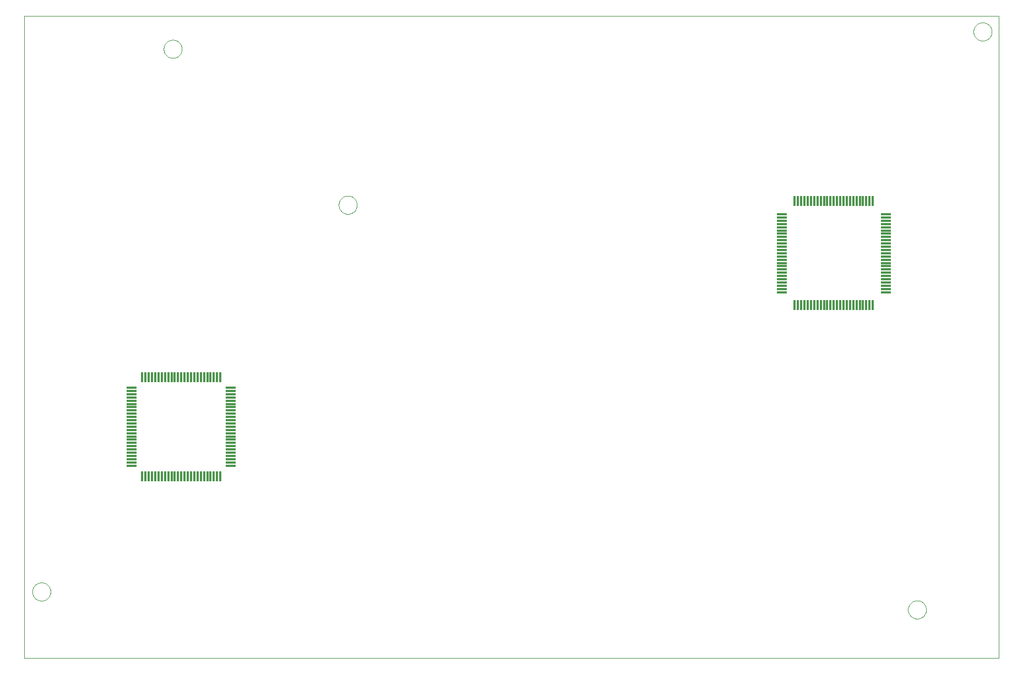
<source format=gtp>
G75*
%MOIN*%
%OFA0B0*%
%FSLAX24Y24*%
%IPPOS*%
%LPD*%
%AMOC8*
5,1,8,0,0,1.08239X$1,22.5*
%
%ADD10C,0.0000*%
%ADD11R,0.0118X0.0630*%
%ADD12R,0.0630X0.0118*%
%ADD13R,0.0591X0.0118*%
%ADD14R,0.0118X0.0591*%
%ADD15R,0.0591X0.0138*%
D10*
X000180Y000180D02*
X000180Y039050D01*
X059172Y039050D01*
X059172Y000180D01*
X000180Y000180D01*
X000667Y004193D02*
X000669Y004240D01*
X000675Y004286D01*
X000685Y004332D01*
X000698Y004377D01*
X000716Y004420D01*
X000737Y004462D01*
X000761Y004502D01*
X000789Y004539D01*
X000820Y004574D01*
X000854Y004607D01*
X000890Y004636D01*
X000929Y004662D01*
X000970Y004685D01*
X001013Y004704D01*
X001057Y004720D01*
X001102Y004732D01*
X001148Y004740D01*
X001195Y004744D01*
X001241Y004744D01*
X001288Y004740D01*
X001334Y004732D01*
X001379Y004720D01*
X001423Y004704D01*
X001466Y004685D01*
X001507Y004662D01*
X001546Y004636D01*
X001582Y004607D01*
X001616Y004574D01*
X001647Y004539D01*
X001675Y004502D01*
X001699Y004462D01*
X001720Y004420D01*
X001738Y004377D01*
X001751Y004332D01*
X001761Y004286D01*
X001767Y004240D01*
X001769Y004193D01*
X001767Y004146D01*
X001761Y004100D01*
X001751Y004054D01*
X001738Y004009D01*
X001720Y003966D01*
X001699Y003924D01*
X001675Y003884D01*
X001647Y003847D01*
X001616Y003812D01*
X001582Y003779D01*
X001546Y003750D01*
X001507Y003724D01*
X001466Y003701D01*
X001423Y003682D01*
X001379Y003666D01*
X001334Y003654D01*
X001288Y003646D01*
X001241Y003642D01*
X001195Y003642D01*
X001148Y003646D01*
X001102Y003654D01*
X001057Y003666D01*
X001013Y003682D01*
X000970Y003701D01*
X000929Y003724D01*
X000890Y003750D01*
X000854Y003779D01*
X000820Y003812D01*
X000789Y003847D01*
X000761Y003884D01*
X000737Y003924D01*
X000716Y003966D01*
X000698Y004009D01*
X000685Y004054D01*
X000675Y004100D01*
X000669Y004146D01*
X000667Y004193D01*
X019217Y027605D02*
X019219Y027652D01*
X019225Y027698D01*
X019235Y027744D01*
X019248Y027789D01*
X019266Y027832D01*
X019287Y027874D01*
X019311Y027914D01*
X019339Y027951D01*
X019370Y027986D01*
X019404Y028019D01*
X019440Y028048D01*
X019479Y028074D01*
X019520Y028097D01*
X019563Y028116D01*
X019607Y028132D01*
X019652Y028144D01*
X019698Y028152D01*
X019745Y028156D01*
X019791Y028156D01*
X019838Y028152D01*
X019884Y028144D01*
X019929Y028132D01*
X019973Y028116D01*
X020016Y028097D01*
X020057Y028074D01*
X020096Y028048D01*
X020132Y028019D01*
X020166Y027986D01*
X020197Y027951D01*
X020225Y027914D01*
X020249Y027874D01*
X020270Y027832D01*
X020288Y027789D01*
X020301Y027744D01*
X020311Y027698D01*
X020317Y027652D01*
X020319Y027605D01*
X020317Y027558D01*
X020311Y027512D01*
X020301Y027466D01*
X020288Y027421D01*
X020270Y027378D01*
X020249Y027336D01*
X020225Y027296D01*
X020197Y027259D01*
X020166Y027224D01*
X020132Y027191D01*
X020096Y027162D01*
X020057Y027136D01*
X020016Y027113D01*
X019973Y027094D01*
X019929Y027078D01*
X019884Y027066D01*
X019838Y027058D01*
X019791Y027054D01*
X019745Y027054D01*
X019698Y027058D01*
X019652Y027066D01*
X019607Y027078D01*
X019563Y027094D01*
X019520Y027113D01*
X019479Y027136D01*
X019440Y027162D01*
X019404Y027191D01*
X019370Y027224D01*
X019339Y027259D01*
X019311Y027296D01*
X019287Y027336D01*
X019266Y027378D01*
X019248Y027421D01*
X019235Y027466D01*
X019225Y027512D01*
X019219Y027558D01*
X019217Y027605D01*
X008617Y037043D02*
X008619Y037090D01*
X008625Y037136D01*
X008635Y037182D01*
X008648Y037227D01*
X008666Y037270D01*
X008687Y037312D01*
X008711Y037352D01*
X008739Y037389D01*
X008770Y037424D01*
X008804Y037457D01*
X008840Y037486D01*
X008879Y037512D01*
X008920Y037535D01*
X008963Y037554D01*
X009007Y037570D01*
X009052Y037582D01*
X009098Y037590D01*
X009145Y037594D01*
X009191Y037594D01*
X009238Y037590D01*
X009284Y037582D01*
X009329Y037570D01*
X009373Y037554D01*
X009416Y037535D01*
X009457Y037512D01*
X009496Y037486D01*
X009532Y037457D01*
X009566Y037424D01*
X009597Y037389D01*
X009625Y037352D01*
X009649Y037312D01*
X009670Y037270D01*
X009688Y037227D01*
X009701Y037182D01*
X009711Y037136D01*
X009717Y037090D01*
X009719Y037043D01*
X009717Y036996D01*
X009711Y036950D01*
X009701Y036904D01*
X009688Y036859D01*
X009670Y036816D01*
X009649Y036774D01*
X009625Y036734D01*
X009597Y036697D01*
X009566Y036662D01*
X009532Y036629D01*
X009496Y036600D01*
X009457Y036574D01*
X009416Y036551D01*
X009373Y036532D01*
X009329Y036516D01*
X009284Y036504D01*
X009238Y036496D01*
X009191Y036492D01*
X009145Y036492D01*
X009098Y036496D01*
X009052Y036504D01*
X009007Y036516D01*
X008963Y036532D01*
X008920Y036551D01*
X008879Y036574D01*
X008840Y036600D01*
X008804Y036629D01*
X008770Y036662D01*
X008739Y036697D01*
X008711Y036734D01*
X008687Y036774D01*
X008666Y036816D01*
X008648Y036859D01*
X008635Y036904D01*
X008625Y036950D01*
X008619Y036996D01*
X008617Y037043D01*
X057642Y038093D02*
X057644Y038140D01*
X057650Y038186D01*
X057660Y038232D01*
X057673Y038277D01*
X057691Y038320D01*
X057712Y038362D01*
X057736Y038402D01*
X057764Y038439D01*
X057795Y038474D01*
X057829Y038507D01*
X057865Y038536D01*
X057904Y038562D01*
X057945Y038585D01*
X057988Y038604D01*
X058032Y038620D01*
X058077Y038632D01*
X058123Y038640D01*
X058170Y038644D01*
X058216Y038644D01*
X058263Y038640D01*
X058309Y038632D01*
X058354Y038620D01*
X058398Y038604D01*
X058441Y038585D01*
X058482Y038562D01*
X058521Y038536D01*
X058557Y038507D01*
X058591Y038474D01*
X058622Y038439D01*
X058650Y038402D01*
X058674Y038362D01*
X058695Y038320D01*
X058713Y038277D01*
X058726Y038232D01*
X058736Y038186D01*
X058742Y038140D01*
X058744Y038093D01*
X058742Y038046D01*
X058736Y038000D01*
X058726Y037954D01*
X058713Y037909D01*
X058695Y037866D01*
X058674Y037824D01*
X058650Y037784D01*
X058622Y037747D01*
X058591Y037712D01*
X058557Y037679D01*
X058521Y037650D01*
X058482Y037624D01*
X058441Y037601D01*
X058398Y037582D01*
X058354Y037566D01*
X058309Y037554D01*
X058263Y037546D01*
X058216Y037542D01*
X058170Y037542D01*
X058123Y037546D01*
X058077Y037554D01*
X058032Y037566D01*
X057988Y037582D01*
X057945Y037601D01*
X057904Y037624D01*
X057865Y037650D01*
X057829Y037679D01*
X057795Y037712D01*
X057764Y037747D01*
X057736Y037784D01*
X057712Y037824D01*
X057691Y037866D01*
X057673Y037909D01*
X057660Y037954D01*
X057650Y038000D01*
X057644Y038046D01*
X057642Y038093D01*
X053679Y003105D02*
X053681Y003152D01*
X053687Y003198D01*
X053697Y003244D01*
X053710Y003289D01*
X053728Y003332D01*
X053749Y003374D01*
X053773Y003414D01*
X053801Y003451D01*
X053832Y003486D01*
X053866Y003519D01*
X053902Y003548D01*
X053941Y003574D01*
X053982Y003597D01*
X054025Y003616D01*
X054069Y003632D01*
X054114Y003644D01*
X054160Y003652D01*
X054207Y003656D01*
X054253Y003656D01*
X054300Y003652D01*
X054346Y003644D01*
X054391Y003632D01*
X054435Y003616D01*
X054478Y003597D01*
X054519Y003574D01*
X054558Y003548D01*
X054594Y003519D01*
X054628Y003486D01*
X054659Y003451D01*
X054687Y003414D01*
X054711Y003374D01*
X054732Y003332D01*
X054750Y003289D01*
X054763Y003244D01*
X054773Y003198D01*
X054779Y003152D01*
X054781Y003105D01*
X054779Y003058D01*
X054773Y003012D01*
X054763Y002966D01*
X054750Y002921D01*
X054732Y002878D01*
X054711Y002836D01*
X054687Y002796D01*
X054659Y002759D01*
X054628Y002724D01*
X054594Y002691D01*
X054558Y002662D01*
X054519Y002636D01*
X054478Y002613D01*
X054435Y002594D01*
X054391Y002578D01*
X054346Y002566D01*
X054300Y002558D01*
X054253Y002554D01*
X054207Y002554D01*
X054160Y002558D01*
X054114Y002566D01*
X054069Y002578D01*
X054025Y002594D01*
X053982Y002613D01*
X053941Y002636D01*
X053902Y002662D01*
X053866Y002691D01*
X053832Y002724D01*
X053801Y002759D01*
X053773Y002796D01*
X053749Y002836D01*
X053728Y002878D01*
X053710Y002921D01*
X053697Y002966D01*
X053687Y003012D01*
X053681Y003058D01*
X053679Y003105D01*
D11*
X012042Y011188D03*
X011845Y011188D03*
X011649Y011188D03*
X011452Y011188D03*
X011255Y011188D03*
X011058Y011188D03*
X010861Y011188D03*
X010664Y011188D03*
X010467Y011188D03*
X010271Y011188D03*
X010074Y011188D03*
X009877Y011188D03*
X009680Y011188D03*
X009483Y011188D03*
X009286Y011188D03*
X009089Y011188D03*
X008893Y011188D03*
X008696Y011188D03*
X008499Y011188D03*
X008302Y011188D03*
X008105Y011188D03*
X007908Y011188D03*
X007711Y011188D03*
X007515Y011188D03*
X007318Y011188D03*
X007318Y017172D03*
X007515Y017172D03*
X007711Y017172D03*
X007908Y017172D03*
X008105Y017172D03*
X008302Y017172D03*
X008499Y017172D03*
X008696Y017172D03*
X008893Y017172D03*
X009089Y017172D03*
X009286Y017172D03*
X009483Y017172D03*
X009680Y017172D03*
X009877Y017172D03*
X010074Y017172D03*
X010271Y017172D03*
X010467Y017172D03*
X010664Y017172D03*
X010861Y017172D03*
X011058Y017172D03*
X011255Y017172D03*
X011452Y017172D03*
X011649Y017172D03*
X011845Y017172D03*
X012042Y017172D03*
D12*
X012672Y016542D03*
X012672Y016345D03*
X012672Y016149D03*
X012672Y015952D03*
X012672Y015755D03*
X012672Y015558D03*
X012672Y015361D03*
X012672Y015164D03*
X012672Y014967D03*
X012672Y014771D03*
X012672Y014574D03*
X012672Y014377D03*
X012672Y014180D03*
X012672Y013983D03*
X012672Y013786D03*
X012672Y013589D03*
X012672Y013393D03*
X012672Y013196D03*
X012672Y012999D03*
X012672Y012802D03*
X012672Y012605D03*
X012672Y012408D03*
X012672Y012211D03*
X012672Y012015D03*
X012672Y011818D03*
X006688Y011818D03*
X006688Y012015D03*
X006688Y012211D03*
X006688Y012408D03*
X006688Y012605D03*
X006688Y012802D03*
X006688Y012999D03*
X006688Y013196D03*
X006688Y013393D03*
X006688Y013589D03*
X006688Y013786D03*
X006688Y013983D03*
X006688Y014180D03*
X006688Y014377D03*
X006688Y014574D03*
X006688Y014771D03*
X006688Y014967D03*
X006688Y015164D03*
X006688Y015361D03*
X006688Y015558D03*
X006688Y015755D03*
X006688Y015952D03*
X006688Y016149D03*
X006688Y016345D03*
X006688Y016542D03*
D13*
X046030Y022318D03*
X046030Y022515D03*
X046030Y022711D03*
X046030Y022908D03*
X046030Y023105D03*
X046030Y023302D03*
X046030Y023499D03*
X046030Y023696D03*
X046030Y023893D03*
X046030Y024089D03*
X046030Y024286D03*
X046030Y024483D03*
X046030Y024680D03*
X046030Y024877D03*
X046030Y025074D03*
X046030Y025271D03*
X046030Y025467D03*
X046030Y025664D03*
X046030Y025861D03*
X046030Y026058D03*
X046030Y026255D03*
X046030Y026452D03*
X046030Y026649D03*
X046030Y026845D03*
X046030Y027042D03*
X052330Y027042D03*
X052330Y026845D03*
X052330Y026649D03*
X052330Y026452D03*
X052330Y026058D03*
X052330Y025861D03*
X052330Y025664D03*
X052330Y025467D03*
X052330Y025271D03*
X052330Y025074D03*
X052330Y024877D03*
X052330Y024680D03*
X052330Y024483D03*
X052330Y024089D03*
X052330Y023893D03*
X052330Y023696D03*
X052330Y023499D03*
X052330Y023302D03*
X052330Y023105D03*
X052330Y022908D03*
X052330Y022711D03*
X052330Y022515D03*
X052330Y022318D03*
D14*
X051542Y021530D03*
X051345Y021530D03*
X051149Y021530D03*
X050952Y021530D03*
X050755Y021530D03*
X050558Y021530D03*
X050361Y021530D03*
X050164Y021530D03*
X049967Y021530D03*
X049771Y021530D03*
X049574Y021530D03*
X049377Y021530D03*
X049180Y021530D03*
X048983Y021530D03*
X048786Y021530D03*
X048589Y021530D03*
X048393Y021530D03*
X048196Y021530D03*
X047999Y021530D03*
X047802Y021530D03*
X047605Y021530D03*
X047408Y021530D03*
X047211Y021530D03*
X047015Y021530D03*
X046818Y021530D03*
X046818Y027830D03*
X047015Y027830D03*
X047211Y027830D03*
X047408Y027830D03*
X047605Y027830D03*
X047802Y027830D03*
X047999Y027830D03*
X048196Y027830D03*
X048393Y027830D03*
X048589Y027830D03*
X048786Y027830D03*
X048983Y027830D03*
X049180Y027830D03*
X049377Y027830D03*
X049574Y027830D03*
X049771Y027830D03*
X049967Y027830D03*
X050164Y027830D03*
X050361Y027830D03*
X050558Y027830D03*
X050755Y027830D03*
X050952Y027830D03*
X051149Y027830D03*
X051345Y027830D03*
X051542Y027830D03*
D15*
X052330Y026255D03*
X052330Y024286D03*
M02*

</source>
